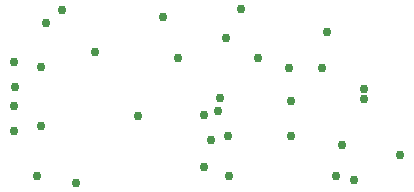
<source format=gbs>
%FSAX44Y44*%
%MOMM*%
G71*
G01*
G75*
G04 Layer_Color=16711935*
%ADD10R,0.6000X0.5000*%
%ADD11R,0.5000X0.6000*%
%ADD12R,2.1000X1.4750*%
%ADD13R,1.3800X0.4500*%
%ADD14R,1.9000X1.1750*%
%ADD15R,1.9000X2.3750*%
%ADD16R,0.7000X0.9000*%
%ADD17R,0.9000X0.7000*%
%ADD18O,1.8000X0.4500*%
%ADD19O,2.1000X0.3500*%
%ADD20R,0.6000X0.6000*%
%ADD21R,1.1500X1.4000*%
%ADD22R,1.0000X2.0000*%
%ADD23R,1.4000X0.7000*%
%ADD24O,0.8000X0.2000*%
%ADD25O,0.2000X0.8000*%
%ADD26R,4.6000X4.6000*%
%ADD27C,0.2000*%
%ADD28C,0.3000*%
%ADD29C,0.5000*%
%ADD30C,0.6000*%
%ADD31C,1.0160*%
G04:AMPARAMS|DCode=32|XSize=1.4mm|YSize=1.4mm|CornerRadius=0mm|HoleSize=0mm|Usage=FLASHONLY|Rotation=0.000|XOffset=0mm|YOffset=0mm|HoleType=Round|Shape=Relief|Width=0.15mm|Gap=0.15mm|Entries=4|*
%AMTHD32*
7,0,0,1.4000,1.1000,0.1500,45*
%
%ADD32THD32*%
%ADD33C,1.3000*%
%ADD34C,0.2500*%
%ADD35C,0.6000*%
%ADD36C,0.1250*%
%ADD37R,0.7500X0.6500*%
%ADD38R,0.6500X0.7500*%
%ADD39R,2.2500X1.6250*%
%ADD40R,1.5300X0.6000*%
%ADD41R,2.0500X1.3250*%
%ADD42R,2.0500X2.5250*%
%ADD43R,0.8500X1.0500*%
%ADD44R,1.0500X0.8500*%
%ADD45O,1.9500X0.6000*%
%ADD46O,2.2500X0.5000*%
%ADD47R,0.7500X0.7500*%
%ADD48R,1.3000X1.5500*%
%ADD49R,1.1500X2.1500*%
%ADD50R,1.5500X0.8500*%
%ADD51O,0.9500X0.3500*%
%ADD52O,0.3500X0.9500*%
%ADD53R,4.7500X4.7500*%
%ADD54C,0.7500*%
D54*
X00290750Y00308625D02*
D03*
X00268500Y00325625D02*
D03*
X00269250Y00341625D02*
D03*
X00291500Y00358625D02*
D03*
X00268500Y00363125D02*
D03*
Y00304875D02*
D03*
X00450500Y00266000D02*
D03*
X00533500Y00388500D02*
D03*
X00407000Y00366000D02*
D03*
X00474500Y00366750D02*
D03*
X00441000Y00321750D02*
D03*
X00541000Y00266750D02*
D03*
X00595250Y00284000D02*
D03*
X00320500Y00260500D02*
D03*
X00373500Y00317250D02*
D03*
X00460750Y00407750D02*
D03*
X00394750Y00400750D02*
D03*
X00308750Y00406750D02*
D03*
X00336500Y00371000D02*
D03*
X00501000Y00357750D02*
D03*
X00529000D02*
D03*
X00556000Y00262750D02*
D03*
X00288000Y00266000D02*
D03*
X00447750Y00383250D02*
D03*
X00443000Y00332250D02*
D03*
X00545750Y00292750D02*
D03*
X00564750Y00340000D02*
D03*
X00295000Y00396250D02*
D03*
X00449500Y00300250D02*
D03*
X00429250Y00318000D02*
D03*
Y00273750D02*
D03*
X00564250Y00331750D02*
D03*
X00435250Y00297000D02*
D03*
X00502500Y00330000D02*
D03*
Y00300000D02*
D03*
M02*

</source>
